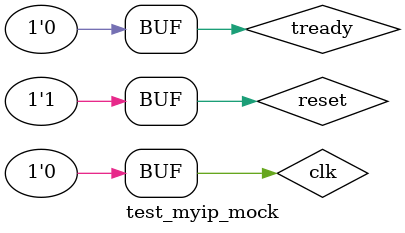
<source format=v>
`timescale 1ns / 1ps


module test_myip_mock;


localparam STEP = 8;

reg clk = 1'b0;
reg reset  = 1'b0;
wire tvalid;
wire [31:0] tdata;
wire [3:0] tstrb;
wire tlast;
reg tready = 1'b0;

myip_mock_v1_0 #(
	.C_M00_AXIS_TDATA_WIDTH(32),
	.C_M00_AXIS_START_COUNT(32)
)myip_mock_v1_0_inst (
.m00_axis_aclk(clk),
.m00_axis_aresetn(reset),
.m00_axis_tvalid(tvalid),
.m00_axis_tdata(tdata),
.m00_axis_tstrb(tstrb),
.m00_axis_tlast(tlast),
.m00_axis_tready(tready)
);


always begin
	clk = 1; #(STEP/2);
	clk = 0; #(STEP/2);
end

initial begin
	reset = 1;
	#(STEP*10) reset = 0;
	#(STEP*10) reset = 1;
	#(STEP*10);
	#1;
	tready = 1'b1;
	#(STEP*20);
	tready = 1'b0;

end




endmodule

</source>
